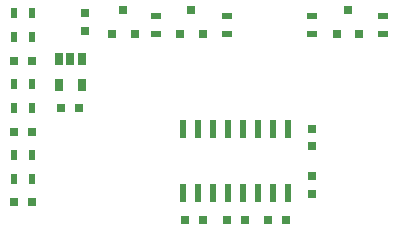
<source format=gbp>
G04 #@! TF.FileFunction,Paste,Bot*
%FSLAX46Y46*%
G04 Gerber Fmt 4.6, Leading zero omitted, Abs format (unit mm)*
G04 Created by KiCad (PCBNEW 4.0.2+dfsg1-stable) date Fri 07 Oct 2016 10:33:26 BST*
%MOMM*%
G01*
G04 APERTURE LIST*
%ADD10C,0.150000*%
%ADD11R,0.900000X0.500000*%
%ADD12R,0.750000X0.800000*%
%ADD13R,0.800000X0.750000*%
%ADD14R,0.800100X0.800100*%
%ADD15R,0.500000X0.900000*%
%ADD16R,0.600000X1.500000*%
%ADD17R,0.650000X1.060000*%
G04 APERTURE END LIST*
D10*
D11*
X162300000Y-124010000D03*
X162300000Y-125510000D03*
D12*
X143050000Y-125260000D03*
X143050000Y-123760000D03*
D13*
X141050000Y-131760000D03*
X142550000Y-131760000D03*
X138550000Y-127760000D03*
X137050000Y-127760000D03*
X138550000Y-133760000D03*
X137050000Y-133760000D03*
X138550000Y-139760000D03*
X137050000Y-139760000D03*
D12*
X162300000Y-135010000D03*
X162300000Y-133510000D03*
D13*
X160050000Y-141260000D03*
X158550000Y-141260000D03*
D12*
X162300000Y-139010000D03*
X162300000Y-137510000D03*
D13*
X156550000Y-141260000D03*
X155050000Y-141260000D03*
X151550000Y-141260000D03*
X153050000Y-141260000D03*
D14*
X153000000Y-125510760D03*
X151100000Y-125510760D03*
X152050000Y-123511780D03*
X147250000Y-125510760D03*
X145350000Y-125510760D03*
X146300000Y-123511780D03*
X166250000Y-125510760D03*
X164350000Y-125510760D03*
X165300000Y-123511780D03*
D15*
X138550000Y-123760000D03*
X137050000Y-123760000D03*
X138550000Y-129760000D03*
X137050000Y-129760000D03*
X138550000Y-135760000D03*
X137050000Y-135760000D03*
X138550000Y-125760000D03*
X137050000Y-125760000D03*
X138550000Y-131760000D03*
X137050000Y-131760000D03*
X138550000Y-137760000D03*
X137050000Y-137760000D03*
D11*
X155050000Y-125510000D03*
X155050000Y-124010000D03*
X149050000Y-125510000D03*
X149050000Y-124010000D03*
X168300000Y-125510000D03*
X168300000Y-124010000D03*
D16*
X160245000Y-138960000D03*
X158975000Y-138960000D03*
X157705000Y-138960000D03*
X156435000Y-138960000D03*
X155165000Y-138960000D03*
X153895000Y-138960000D03*
X152625000Y-138960000D03*
X151355000Y-138960000D03*
X151355000Y-133560000D03*
X152625000Y-133560000D03*
X153895000Y-133560000D03*
X155165000Y-133560000D03*
X156435000Y-133560000D03*
X157705000Y-133560000D03*
X158975000Y-133560000D03*
X160245000Y-133560000D03*
D17*
X140850000Y-127660000D03*
X141800000Y-127660000D03*
X142750000Y-127660000D03*
X142750000Y-129860000D03*
X140850000Y-129860000D03*
M02*

</source>
